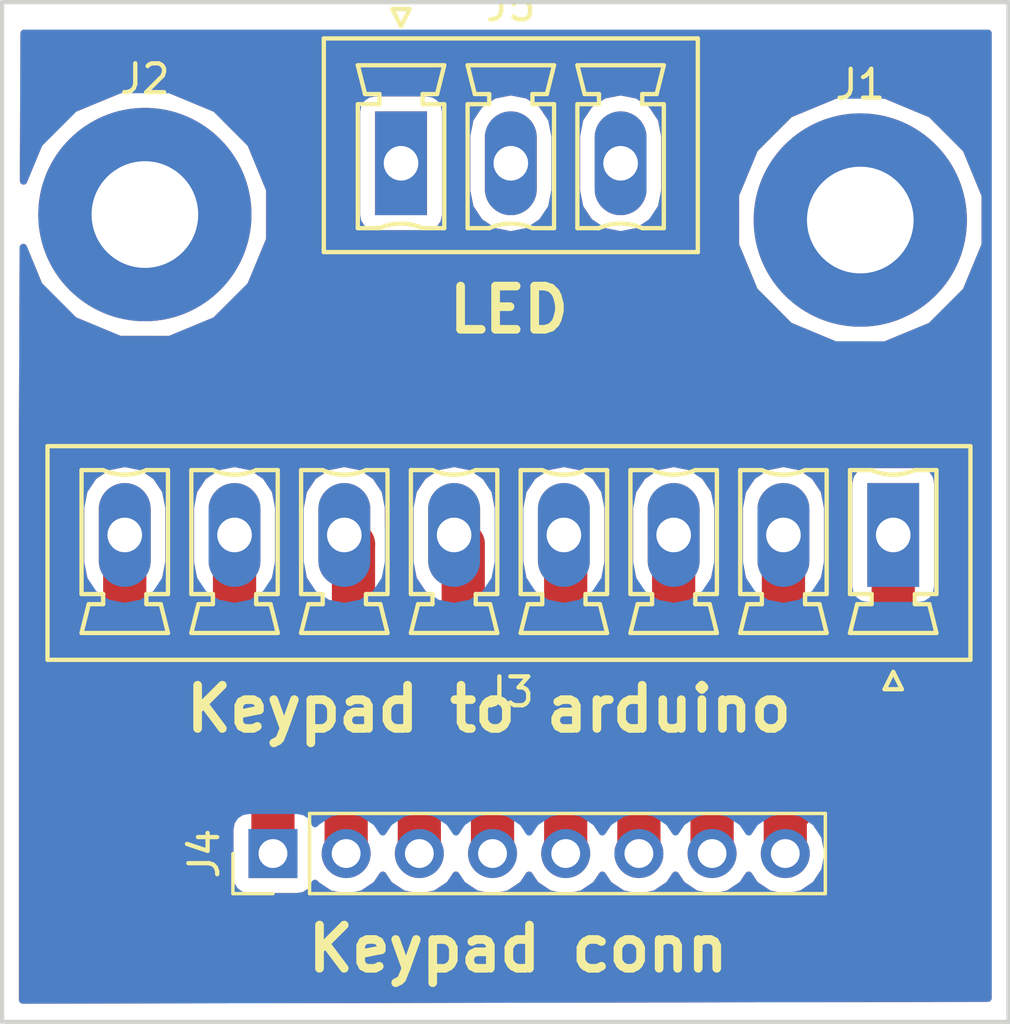
<source format=kicad_pcb>
(kicad_pcb (version 4) (host pcbnew 4.0.5+dfsg1-4)

  (general
    (links 8)
    (no_connects 0)
    (area 150.097167 95.6195 185.177501 131.901001)
    (thickness 1.6)
    (drawings 7)
    (tracks 25)
    (zones 0)
    (modules 5)
    (nets 14)
  )

  (page A4)
  (layers
    (0 F.Cu signal hide)
    (31 B.Cu signal hide)
    (32 B.Adhes user)
    (33 F.Adhes user)
    (34 B.Paste user)
    (35 F.Paste user)
    (36 B.SilkS user)
    (37 F.SilkS user)
    (38 B.Mask user)
    (39 F.Mask user)
    (40 Dwgs.User user)
    (41 Cmts.User user)
    (42 Eco1.User user)
    (43 Eco2.User user)
    (44 Edge.Cuts user)
    (45 Margin user)
    (46 B.CrtYd user)
    (47 F.CrtYd user)
    (48 B.Fab user)
    (49 F.Fab user)
  )

  (setup
    (last_trace_width 1.5)
    (user_trace_width 1.5)
    (trace_clearance 0.2)
    (zone_clearance 0.508)
    (zone_45_only no)
    (trace_min 0.2)
    (segment_width 0.2)
    (edge_width 0.15)
    (via_size 0.6)
    (via_drill 0.4)
    (via_min_size 0.4)
    (via_min_drill 0.3)
    (uvia_size 0.3)
    (uvia_drill 0.1)
    (uvias_allowed no)
    (uvia_min_size 0.2)
    (uvia_min_drill 0.1)
    (pcb_text_width 0.3)
    (pcb_text_size 1.5 1.5)
    (mod_edge_width 0.15)
    (mod_text_size 1 1)
    (mod_text_width 0.15)
    (pad_size 1.524 1.524)
    (pad_drill 0.762)
    (pad_to_mask_clearance 0.2)
    (aux_axis_origin 0 0)
    (visible_elements FFFFFF7F)
    (pcbplotparams
      (layerselection 0x010f0_80000001)
      (usegerberextensions true)
      (excludeedgelayer true)
      (linewidth 0.100000)
      (plotframeref false)
      (viasonmask false)
      (mode 1)
      (useauxorigin false)
      (hpglpennumber 1)
      (hpglpenspeed 20)
      (hpglpendiameter 15)
      (hpglpenoverlay 2)
      (psnegative false)
      (psa4output false)
      (plotreference true)
      (plotvalue true)
      (plotinvisibletext false)
      (padsonsilk false)
      (subtractmaskfromsilk false)
      (outputformat 1)
      (mirror false)
      (drillshape 0)
      (scaleselection 1)
      (outputdirectory ../../../../Downloads/kicad/connector/))
  )

  (net 0 "")
  (net 1 "Net-(J1-Pad1)")
  (net 2 "Net-(J2-Pad1)")
  (net 3 "Net-(J3-Pad1)")
  (net 4 "Net-(J3-Pad2)")
  (net 5 "Net-(J3-Pad3)")
  (net 6 "Net-(J3-Pad4)")
  (net 7 "Net-(J3-Pad5)")
  (net 8 "Net-(J3-Pad6)")
  (net 9 "Net-(J3-Pad7)")
  (net 10 "Net-(J3-Pad8)")
  (net 11 "Net-(J5-Pad1)")
  (net 12 "Net-(J5-Pad2)")
  (net 13 "Net-(J5-Pad3)")

  (net_class Default "This is the default net class."
    (clearance 0.2)
    (trace_width 0.25)
    (via_dia 0.6)
    (via_drill 0.4)
    (uvia_dia 0.3)
    (uvia_drill 0.1)
    (add_net "Net-(J1-Pad1)")
    (add_net "Net-(J2-Pad1)")
    (add_net "Net-(J3-Pad1)")
    (add_net "Net-(J3-Pad2)")
    (add_net "Net-(J3-Pad3)")
    (add_net "Net-(J3-Pad4)")
    (add_net "Net-(J3-Pad5)")
    (add_net "Net-(J3-Pad6)")
    (add_net "Net-(J3-Pad7)")
    (add_net "Net-(J3-Pad8)")
    (add_net "Net-(J5-Pad1)")
    (add_net "Net-(J5-Pad2)")
    (add_net "Net-(J5-Pad3)")
  )

  (module Mounting_Holes:MountingHole_3.7mm_Pad (layer F.Cu) (tedit 56D1B4CB) (tstamp 59E82C35)
    (at 179.959 104.013)
    (descr "Mounting Hole 3.7mm")
    (tags "mounting hole 3.7mm")
    (path /59E41089)
    (fp_text reference J1 (at 0 -4.7) (layer F.SilkS)
      (effects (font (size 1 1) (thickness 0.15)))
    )
    (fp_text value CONN_01X01 (at 0 4.7) (layer F.Fab)
      (effects (font (size 1 1) (thickness 0.15)))
    )
    (fp_circle (center 0 0) (end 3.7 0) (layer Cmts.User) (width 0.15))
    (fp_circle (center 0 0) (end 3.95 0) (layer F.CrtYd) (width 0.05))
    (pad 1 thru_hole circle (at 0 0) (size 7.4 7.4) (drill 3.7) (layers *.Cu *.Mask)
      (net 1 "Net-(J1-Pad1)"))
  )

  (module Mounting_Holes:MountingHole_3.7mm_Pad (layer F.Cu) (tedit 56D1B4CB) (tstamp 59E82C3C)
    (at 155.1305 103.8225)
    (descr "Mounting Hole 3.7mm")
    (tags "mounting hole 3.7mm")
    (path /59E410BA)
    (fp_text reference J2 (at 0 -4.7) (layer F.SilkS)
      (effects (font (size 1 1) (thickness 0.15)))
    )
    (fp_text value CONN_01X01 (at 0 4.7) (layer F.Fab)
      (effects (font (size 1 1) (thickness 0.15)))
    )
    (fp_circle (center 0 0) (end 3.7 0) (layer Cmts.User) (width 0.15))
    (fp_circle (center 0 0) (end 3.95 0) (layer F.CrtYd) (width 0.05))
    (pad 1 thru_hole circle (at 0 0) (size 7.4 7.4) (drill 3.7) (layers *.Cu *.Mask)
      (net 2 "Net-(J2-Pad1)"))
  )

  (module Connectors_Phoenix:PhoenixContact_MCV-G_08x3.81mm_Vertical (layer F.Cu) (tedit 5797DB12) (tstamp 59E82CCB)
    (at 181.102 114.935 180)
    (descr "Generic Phoenix Contact connector footprint for series: MCV-G; number of pins: 08; pin pitch: 3.81mm; Vertical || order number: 1803484 8A 160V")
    (tags "phoenix_contact connector MCV_01x08_G_3.81mm")
    (path /59E41124)
    (fp_text reference J3 (at 13.335 -5.45 180) (layer F.SilkS)
      (effects (font (size 1 1) (thickness 0.15)))
    )
    (fp_text value CONN_01X08 (at 13.335 4.5 180) (layer F.Fab)
      (effects (font (size 1 1) (thickness 0.15)))
    )
    (fp_arc (start 0 3.95) (end -0.75 2.25) (angle 47.6) (layer F.SilkS) (width 0.15))
    (fp_arc (start 3.81 3.95) (end 3.06 2.25) (angle 47.6) (layer F.SilkS) (width 0.15))
    (fp_arc (start 7.62 3.95) (end 6.87 2.25) (angle 47.6) (layer F.SilkS) (width 0.15))
    (fp_arc (start 11.43 3.95) (end 10.68 2.25) (angle 47.6) (layer F.SilkS) (width 0.15))
    (fp_arc (start 15.24 3.95) (end 14.49 2.25) (angle 47.6) (layer F.SilkS) (width 0.15))
    (fp_arc (start 19.05 3.95) (end 18.3 2.25) (angle 47.6) (layer F.SilkS) (width 0.15))
    (fp_arc (start 22.86 3.95) (end 22.11 2.25) (angle 47.6) (layer F.SilkS) (width 0.15))
    (fp_arc (start 26.67 3.95) (end 25.92 2.25) (angle 47.6) (layer F.SilkS) (width 0.15))
    (fp_line (start -2.68 -4.33) (end -2.68 3.08) (layer F.SilkS) (width 0.15))
    (fp_line (start -2.68 3.08) (end 29.35 3.08) (layer F.SilkS) (width 0.15))
    (fp_line (start 29.35 3.08) (end 29.35 -4.33) (layer F.SilkS) (width 0.15))
    (fp_line (start 29.35 -4.33) (end -2.68 -4.33) (layer F.SilkS) (width 0.15))
    (fp_line (start -0.75 2.25) (end -1.5 2.25) (layer F.SilkS) (width 0.15))
    (fp_line (start -1.5 2.25) (end -1.5 -2.05) (layer F.SilkS) (width 0.15))
    (fp_line (start -1.5 -2.05) (end -0.75 -2.05) (layer F.SilkS) (width 0.15))
    (fp_line (start -0.75 -2.05) (end -0.75 -2.4) (layer F.SilkS) (width 0.15))
    (fp_line (start -0.75 -2.4) (end -1.25 -2.4) (layer F.SilkS) (width 0.15))
    (fp_line (start -1.25 -2.4) (end -1.5 -3.4) (layer F.SilkS) (width 0.15))
    (fp_line (start -1.5 -3.4) (end 1.5 -3.4) (layer F.SilkS) (width 0.15))
    (fp_line (start 1.5 -3.4) (end 1.25 -2.4) (layer F.SilkS) (width 0.15))
    (fp_line (start 1.25 -2.4) (end 0.75 -2.4) (layer F.SilkS) (width 0.15))
    (fp_line (start 0.75 -2.4) (end 0.75 -2.05) (layer F.SilkS) (width 0.15))
    (fp_line (start 0.75 -2.05) (end 0.75 -2.05) (layer F.SilkS) (width 0.15))
    (fp_line (start 0.75 -2.05) (end 1.5 -2.05) (layer F.SilkS) (width 0.15))
    (fp_line (start 1.5 -2.05) (end 1.5 2.25) (layer F.SilkS) (width 0.15))
    (fp_line (start 1.5 2.25) (end 0.75 2.25) (layer F.SilkS) (width 0.15))
    (fp_line (start 3.06 2.25) (end 2.31 2.25) (layer F.SilkS) (width 0.15))
    (fp_line (start 2.31 2.25) (end 2.31 -2.05) (layer F.SilkS) (width 0.15))
    (fp_line (start 2.31 -2.05) (end 3.06 -2.05) (layer F.SilkS) (width 0.15))
    (fp_line (start 3.06 -2.05) (end 3.06 -2.4) (layer F.SilkS) (width 0.15))
    (fp_line (start 3.06 -2.4) (end 2.56 -2.4) (layer F.SilkS) (width 0.15))
    (fp_line (start 2.56 -2.4) (end 2.31 -3.4) (layer F.SilkS) (width 0.15))
    (fp_line (start 2.31 -3.4) (end 5.31 -3.4) (layer F.SilkS) (width 0.15))
    (fp_line (start 5.31 -3.4) (end 5.06 -2.4) (layer F.SilkS) (width 0.15))
    (fp_line (start 5.06 -2.4) (end 4.56 -2.4) (layer F.SilkS) (width 0.15))
    (fp_line (start 4.56 -2.4) (end 4.56 -2.05) (layer F.SilkS) (width 0.15))
    (fp_line (start 4.56 -2.05) (end 4.56 -2.05) (layer F.SilkS) (width 0.15))
    (fp_line (start 4.56 -2.05) (end 5.31 -2.05) (layer F.SilkS) (width 0.15))
    (fp_line (start 5.31 -2.05) (end 5.31 2.25) (layer F.SilkS) (width 0.15))
    (fp_line (start 5.31 2.25) (end 4.56 2.25) (layer F.SilkS) (width 0.15))
    (fp_line (start 6.87 2.25) (end 6.12 2.25) (layer F.SilkS) (width 0.15))
    (fp_line (start 6.12 2.25) (end 6.12 -2.05) (layer F.SilkS) (width 0.15))
    (fp_line (start 6.12 -2.05) (end 6.87 -2.05) (layer F.SilkS) (width 0.15))
    (fp_line (start 6.87 -2.05) (end 6.87 -2.4) (layer F.SilkS) (width 0.15))
    (fp_line (start 6.87 -2.4) (end 6.37 -2.4) (layer F.SilkS) (width 0.15))
    (fp_line (start 6.37 -2.4) (end 6.12 -3.4) (layer F.SilkS) (width 0.15))
    (fp_line (start 6.12 -3.4) (end 9.12 -3.4) (layer F.SilkS) (width 0.15))
    (fp_line (start 9.12 -3.4) (end 8.87 -2.4) (layer F.SilkS) (width 0.15))
    (fp_line (start 8.87 -2.4) (end 8.37 -2.4) (layer F.SilkS) (width 0.15))
    (fp_line (start 8.37 -2.4) (end 8.37 -2.05) (layer F.SilkS) (width 0.15))
    (fp_line (start 8.37 -2.05) (end 8.37 -2.05) (layer F.SilkS) (width 0.15))
    (fp_line (start 8.37 -2.05) (end 9.12 -2.05) (layer F.SilkS) (width 0.15))
    (fp_line (start 9.12 -2.05) (end 9.12 2.25) (layer F.SilkS) (width 0.15))
    (fp_line (start 9.12 2.25) (end 8.37 2.25) (layer F.SilkS) (width 0.15))
    (fp_line (start 10.68 2.25) (end 9.93 2.25) (layer F.SilkS) (width 0.15))
    (fp_line (start 9.93 2.25) (end 9.93 -2.05) (layer F.SilkS) (width 0.15))
    (fp_line (start 9.93 -2.05) (end 10.68 -2.05) (layer F.SilkS) (width 0.15))
    (fp_line (start 10.68 -2.05) (end 10.68 -2.4) (layer F.SilkS) (width 0.15))
    (fp_line (start 10.68 -2.4) (end 10.18 -2.4) (layer F.SilkS) (width 0.15))
    (fp_line (start 10.18 -2.4) (end 9.93 -3.4) (layer F.SilkS) (width 0.15))
    (fp_line (start 9.93 -3.4) (end 12.93 -3.4) (layer F.SilkS) (width 0.15))
    (fp_line (start 12.93 -3.4) (end 12.68 -2.4) (layer F.SilkS) (width 0.15))
    (fp_line (start 12.68 -2.4) (end 12.18 -2.4) (layer F.SilkS) (width 0.15))
    (fp_line (start 12.18 -2.4) (end 12.18 -2.05) (layer F.SilkS) (width 0.15))
    (fp_line (start 12.18 -2.05) (end 12.18 -2.05) (layer F.SilkS) (width 0.15))
    (fp_line (start 12.18 -2.05) (end 12.93 -2.05) (layer F.SilkS) (width 0.15))
    (fp_line (start 12.93 -2.05) (end 12.93 2.25) (layer F.SilkS) (width 0.15))
    (fp_line (start 12.93 2.25) (end 12.18 2.25) (layer F.SilkS) (width 0.15))
    (fp_line (start 14.49 2.25) (end 13.74 2.25) (layer F.SilkS) (width 0.15))
    (fp_line (start 13.74 2.25) (end 13.74 -2.05) (layer F.SilkS) (width 0.15))
    (fp_line (start 13.74 -2.05) (end 14.49 -2.05) (layer F.SilkS) (width 0.15))
    (fp_line (start 14.49 -2.05) (end 14.49 -2.4) (layer F.SilkS) (width 0.15))
    (fp_line (start 14.49 -2.4) (end 13.99 -2.4) (layer F.SilkS) (width 0.15))
    (fp_line (start 13.99 -2.4) (end 13.74 -3.4) (layer F.SilkS) (width 0.15))
    (fp_line (start 13.74 -3.4) (end 16.74 -3.4) (layer F.SilkS) (width 0.15))
    (fp_line (start 16.74 -3.4) (end 16.49 -2.4) (layer F.SilkS) (width 0.15))
    (fp_line (start 16.49 -2.4) (end 15.99 -2.4) (layer F.SilkS) (width 0.15))
    (fp_line (start 15.99 -2.4) (end 15.99 -2.05) (layer F.SilkS) (width 0.15))
    (fp_line (start 15.99 -2.05) (end 15.99 -2.05) (layer F.SilkS) (width 0.15))
    (fp_line (start 15.99 -2.05) (end 16.74 -2.05) (layer F.SilkS) (width 0.15))
    (fp_line (start 16.74 -2.05) (end 16.74 2.25) (layer F.SilkS) (width 0.15))
    (fp_line (start 16.74 2.25) (end 15.99 2.25) (layer F.SilkS) (width 0.15))
    (fp_line (start 18.3 2.25) (end 17.55 2.25) (layer F.SilkS) (width 0.15))
    (fp_line (start 17.55 2.25) (end 17.55 -2.05) (layer F.SilkS) (width 0.15))
    (fp_line (start 17.55 -2.05) (end 18.3 -2.05) (layer F.SilkS) (width 0.15))
    (fp_line (start 18.3 -2.05) (end 18.3 -2.4) (layer F.SilkS) (width 0.15))
    (fp_line (start 18.3 -2.4) (end 17.8 -2.4) (layer F.SilkS) (width 0.15))
    (fp_line (start 17.8 -2.4) (end 17.55 -3.4) (layer F.SilkS) (width 0.15))
    (fp_line (start 17.55 -3.4) (end 20.55 -3.4) (layer F.SilkS) (width 0.15))
    (fp_line (start 20.55 -3.4) (end 20.3 -2.4) (layer F.SilkS) (width 0.15))
    (fp_line (start 20.3 -2.4) (end 19.8 -2.4) (layer F.SilkS) (width 0.15))
    (fp_line (start 19.8 -2.4) (end 19.8 -2.05) (layer F.SilkS) (width 0.15))
    (fp_line (start 19.8 -2.05) (end 19.8 -2.05) (layer F.SilkS) (width 0.15))
    (fp_line (start 19.8 -2.05) (end 20.55 -2.05) (layer F.SilkS) (width 0.15))
    (fp_line (start 20.55 -2.05) (end 20.55 2.25) (layer F.SilkS) (width 0.15))
    (fp_line (start 20.55 2.25) (end 19.8 2.25) (layer F.SilkS) (width 0.15))
    (fp_line (start 22.11 2.25) (end 21.36 2.25) (layer F.SilkS) (width 0.15))
    (fp_line (start 21.36 2.25) (end 21.36 -2.05) (layer F.SilkS) (width 0.15))
    (fp_line (start 21.36 -2.05) (end 22.11 -2.05) (layer F.SilkS) (width 0.15))
    (fp_line (start 22.11 -2.05) (end 22.11 -2.4) (layer F.SilkS) (width 0.15))
    (fp_line (start 22.11 -2.4) (end 21.61 -2.4) (layer F.SilkS) (width 0.15))
    (fp_line (start 21.61 -2.4) (end 21.36 -3.4) (layer F.SilkS) (width 0.15))
    (fp_line (start 21.36 -3.4) (end 24.36 -3.4) (layer F.SilkS) (width 0.15))
    (fp_line (start 24.36 -3.4) (end 24.11 -2.4) (layer F.SilkS) (width 0.15))
    (fp_line (start 24.11 -2.4) (end 23.61 -2.4) (layer F.SilkS) (width 0.15))
    (fp_line (start 23.61 -2.4) (end 23.61 -2.05) (layer F.SilkS) (width 0.15))
    (fp_line (start 23.61 -2.05) (end 23.61 -2.05) (layer F.SilkS) (width 0.15))
    (fp_line (start 23.61 -2.05) (end 24.36 -2.05) (layer F.SilkS) (width 0.15))
    (fp_line (start 24.36 -2.05) (end 24.36 2.25) (layer F.SilkS) (width 0.15))
    (fp_line (start 24.36 2.25) (end 23.61 2.25) (layer F.SilkS) (width 0.15))
    (fp_line (start 25.92 2.25) (end 25.17 2.25) (layer F.SilkS) (width 0.15))
    (fp_line (start 25.17 2.25) (end 25.17 -2.05) (layer F.SilkS) (width 0.15))
    (fp_line (start 25.17 -2.05) (end 25.92 -2.05) (layer F.SilkS) (width 0.15))
    (fp_line (start 25.92 -2.05) (end 25.92 -2.4) (layer F.SilkS) (width 0.15))
    (fp_line (start 25.92 -2.4) (end 25.42 -2.4) (layer F.SilkS) (width 0.15))
    (fp_line (start 25.42 -2.4) (end 25.17 -3.4) (layer F.SilkS) (width 0.15))
    (fp_line (start 25.17 -3.4) (end 28.17 -3.4) (layer F.SilkS) (width 0.15))
    (fp_line (start 28.17 -3.4) (end 27.92 -2.4) (layer F.SilkS) (width 0.15))
    (fp_line (start 27.92 -2.4) (end 27.42 -2.4) (layer F.SilkS) (width 0.15))
    (fp_line (start 27.42 -2.4) (end 27.42 -2.05) (layer F.SilkS) (width 0.15))
    (fp_line (start 27.42 -2.05) (end 27.42 -2.05) (layer F.SilkS) (width 0.15))
    (fp_line (start 27.42 -2.05) (end 28.17 -2.05) (layer F.SilkS) (width 0.15))
    (fp_line (start 28.17 -2.05) (end 28.17 2.25) (layer F.SilkS) (width 0.15))
    (fp_line (start 28.17 2.25) (end 27.42 2.25) (layer F.SilkS) (width 0.15))
    (fp_line (start -3.1 -4.75) (end -3.1 3.5) (layer F.CrtYd) (width 0.05))
    (fp_line (start -3.1 3.5) (end 29.75 3.5) (layer F.CrtYd) (width 0.05))
    (fp_line (start 29.75 3.5) (end 29.75 -4.75) (layer F.CrtYd) (width 0.05))
    (fp_line (start 29.75 -4.75) (end -3.1 -4.75) (layer F.CrtYd) (width 0.05))
    (fp_line (start 0 -4.75) (end 0.3 -5.35) (layer F.SilkS) (width 0.15))
    (fp_line (start 0.3 -5.35) (end -0.3 -5.35) (layer F.SilkS) (width 0.15))
    (fp_line (start -0.3 -5.35) (end 0 -4.75) (layer F.SilkS) (width 0.15))
    (pad 1 thru_hole rect (at 0 0 180) (size 1.8 3.6) (drill 1.2) (layers *.Cu *.Mask)
      (net 3 "Net-(J3-Pad1)"))
    (pad 2 thru_hole oval (at 3.81 0 180) (size 1.8 3.6) (drill 1.2) (layers *.Cu *.Mask)
      (net 4 "Net-(J3-Pad2)"))
    (pad 3 thru_hole oval (at 7.62 0 180) (size 1.8 3.6) (drill 1.2) (layers *.Cu *.Mask)
      (net 5 "Net-(J3-Pad3)"))
    (pad 4 thru_hole oval (at 11.43 0 180) (size 1.8 3.6) (drill 1.2) (layers *.Cu *.Mask)
      (net 6 "Net-(J3-Pad4)"))
    (pad 5 thru_hole oval (at 15.24 0 180) (size 1.8 3.6) (drill 1.2) (layers *.Cu *.Mask)
      (net 7 "Net-(J3-Pad5)"))
    (pad 6 thru_hole oval (at 19.05 0 180) (size 1.8 3.6) (drill 1.2) (layers *.Cu *.Mask)
      (net 8 "Net-(J3-Pad6)"))
    (pad 7 thru_hole oval (at 22.86 0 180) (size 1.8 3.6) (drill 1.2) (layers *.Cu *.Mask)
      (net 9 "Net-(J3-Pad7)"))
    (pad 8 thru_hole oval (at 26.67 0 180) (size 1.8 3.6) (drill 1.2) (layers *.Cu *.Mask)
      (net 10 "Net-(J3-Pad8)"))
    (model Connectors_Phoenix.3dshapes/PhoenixContact_MCV-G_08x3.81mm_Vertical.wrl
      (at (xyz 0 0 0))
      (scale (xyz 1 1 1))
      (rotate (xyz 0 0 0))
    )
  )

  (module Pin_Headers:Pin_Header_Straight_1x08_Pitch2.54mm (layer F.Cu) (tedit 5862ED52) (tstamp 59E82CE5)
    (at 159.5755 125.984 90)
    (descr "Through hole straight pin header, 1x08, 2.54mm pitch, single row")
    (tags "Through hole pin header THT 1x08 2.54mm single row")
    (path /59E41173)
    (fp_text reference J4 (at 0 -2.39 90) (layer F.SilkS)
      (effects (font (size 1 1) (thickness 0.15)))
    )
    (fp_text value CONN_01X08 (at 0 20.17 90) (layer F.Fab)
      (effects (font (size 1 1) (thickness 0.15)))
    )
    (fp_line (start -1.27 -1.27) (end -1.27 19.05) (layer F.Fab) (width 0.1))
    (fp_line (start -1.27 19.05) (end 1.27 19.05) (layer F.Fab) (width 0.1))
    (fp_line (start 1.27 19.05) (end 1.27 -1.27) (layer F.Fab) (width 0.1))
    (fp_line (start 1.27 -1.27) (end -1.27 -1.27) (layer F.Fab) (width 0.1))
    (fp_line (start -1.39 1.27) (end -1.39 19.17) (layer F.SilkS) (width 0.12))
    (fp_line (start -1.39 19.17) (end 1.39 19.17) (layer F.SilkS) (width 0.12))
    (fp_line (start 1.39 19.17) (end 1.39 1.27) (layer F.SilkS) (width 0.12))
    (fp_line (start 1.39 1.27) (end -1.39 1.27) (layer F.SilkS) (width 0.12))
    (fp_line (start -1.39 0) (end -1.39 -1.39) (layer F.SilkS) (width 0.12))
    (fp_line (start -1.39 -1.39) (end 0 -1.39) (layer F.SilkS) (width 0.12))
    (fp_line (start -1.6 -1.6) (end -1.6 19.3) (layer F.CrtYd) (width 0.05))
    (fp_line (start -1.6 19.3) (end 1.6 19.3) (layer F.CrtYd) (width 0.05))
    (fp_line (start 1.6 19.3) (end 1.6 -1.6) (layer F.CrtYd) (width 0.05))
    (fp_line (start 1.6 -1.6) (end -1.6 -1.6) (layer F.CrtYd) (width 0.05))
    (pad 1 thru_hole rect (at 0 0 90) (size 1.7 1.7) (drill 1) (layers *.Cu *.Mask)
      (net 10 "Net-(J3-Pad8)"))
    (pad 2 thru_hole oval (at 0 2.54 90) (size 1.7 1.7) (drill 1) (layers *.Cu *.Mask)
      (net 9 "Net-(J3-Pad7)"))
    (pad 3 thru_hole oval (at 0 5.08 90) (size 1.7 1.7) (drill 1) (layers *.Cu *.Mask)
      (net 8 "Net-(J3-Pad6)"))
    (pad 4 thru_hole oval (at 0 7.62 90) (size 1.7 1.7) (drill 1) (layers *.Cu *.Mask)
      (net 7 "Net-(J3-Pad5)"))
    (pad 5 thru_hole oval (at 0 10.16 90) (size 1.7 1.7) (drill 1) (layers *.Cu *.Mask)
      (net 6 "Net-(J3-Pad4)"))
    (pad 6 thru_hole oval (at 0 12.7 90) (size 1.7 1.7) (drill 1) (layers *.Cu *.Mask)
      (net 5 "Net-(J3-Pad3)"))
    (pad 7 thru_hole oval (at 0 15.24 90) (size 1.7 1.7) (drill 1) (layers *.Cu *.Mask)
      (net 4 "Net-(J3-Pad2)"))
    (pad 8 thru_hole oval (at 0 17.78 90) (size 1.7 1.7) (drill 1) (layers *.Cu *.Mask)
      (net 3 "Net-(J3-Pad1)"))
    (model Pin_Headers.3dshapes/Pin_Header_Straight_1x08_Pitch2.54mm.wrl
      (at (xyz 0 -0.35 0))
      (scale (xyz 1 1 1))
      (rotate (xyz 0 0 90))
    )
  )

  (module Connectors_Phoenix:PhoenixContact_MCV-G_03x3.81mm_Vertical (layer F.Cu) (tedit 5797DB13) (tstamp 59EB92B3)
    (at 164.0205 102.0445)
    (descr "Generic Phoenix Contact connector footprint for series: MCV-G; number of pins: 03; pin pitch: 3.81mm; Vertical || order number: 1803439 8A 160V")
    (tags "phoenix_contact connector MCV_01x03_G_3.81mm")
    (path /59E41294)
    (fp_text reference J5 (at 3.81 -5.45) (layer F.SilkS)
      (effects (font (size 1 1) (thickness 0.15)))
    )
    (fp_text value CONN_01X03 (at 3.81 4.5) (layer F.Fab)
      (effects (font (size 1 1) (thickness 0.15)))
    )
    (fp_arc (start 0 3.95) (end -0.75 2.25) (angle 47.6) (layer F.SilkS) (width 0.15))
    (fp_arc (start 3.81 3.95) (end 3.06 2.25) (angle 47.6) (layer F.SilkS) (width 0.15))
    (fp_arc (start 7.62 3.95) (end 6.87 2.25) (angle 47.6) (layer F.SilkS) (width 0.15))
    (fp_line (start -2.68 -4.33) (end -2.68 3.08) (layer F.SilkS) (width 0.15))
    (fp_line (start -2.68 3.08) (end 10.3 3.08) (layer F.SilkS) (width 0.15))
    (fp_line (start 10.3 3.08) (end 10.3 -4.33) (layer F.SilkS) (width 0.15))
    (fp_line (start 10.3 -4.33) (end -2.68 -4.33) (layer F.SilkS) (width 0.15))
    (fp_line (start -0.75 2.25) (end -1.5 2.25) (layer F.SilkS) (width 0.15))
    (fp_line (start -1.5 2.25) (end -1.5 -2.05) (layer F.SilkS) (width 0.15))
    (fp_line (start -1.5 -2.05) (end -0.75 -2.05) (layer F.SilkS) (width 0.15))
    (fp_line (start -0.75 -2.05) (end -0.75 -2.4) (layer F.SilkS) (width 0.15))
    (fp_line (start -0.75 -2.4) (end -1.25 -2.4) (layer F.SilkS) (width 0.15))
    (fp_line (start -1.25 -2.4) (end -1.5 -3.4) (layer F.SilkS) (width 0.15))
    (fp_line (start -1.5 -3.4) (end 1.5 -3.4) (layer F.SilkS) (width 0.15))
    (fp_line (start 1.5 -3.4) (end 1.25 -2.4) (layer F.SilkS) (width 0.15))
    (fp_line (start 1.25 -2.4) (end 0.75 -2.4) (layer F.SilkS) (width 0.15))
    (fp_line (start 0.75 -2.4) (end 0.75 -2.05) (layer F.SilkS) (width 0.15))
    (fp_line (start 0.75 -2.05) (end 0.75 -2.05) (layer F.SilkS) (width 0.15))
    (fp_line (start 0.75 -2.05) (end 1.5 -2.05) (layer F.SilkS) (width 0.15))
    (fp_line (start 1.5 -2.05) (end 1.5 2.25) (layer F.SilkS) (width 0.15))
    (fp_line (start 1.5 2.25) (end 0.75 2.25) (layer F.SilkS) (width 0.15))
    (fp_line (start 3.06 2.25) (end 2.31 2.25) (layer F.SilkS) (width 0.15))
    (fp_line (start 2.31 2.25) (end 2.31 -2.05) (layer F.SilkS) (width 0.15))
    (fp_line (start 2.31 -2.05) (end 3.06 -2.05) (layer F.SilkS) (width 0.15))
    (fp_line (start 3.06 -2.05) (end 3.06 -2.4) (layer F.SilkS) (width 0.15))
    (fp_line (start 3.06 -2.4) (end 2.56 -2.4) (layer F.SilkS) (width 0.15))
    (fp_line (start 2.56 -2.4) (end 2.31 -3.4) (layer F.SilkS) (width 0.15))
    (fp_line (start 2.31 -3.4) (end 5.31 -3.4) (layer F.SilkS) (width 0.15))
    (fp_line (start 5.31 -3.4) (end 5.06 -2.4) (layer F.SilkS) (width 0.15))
    (fp_line (start 5.06 -2.4) (end 4.56 -2.4) (layer F.SilkS) (width 0.15))
    (fp_line (start 4.56 -2.4) (end 4.56 -2.05) (layer F.SilkS) (width 0.15))
    (fp_line (start 4.56 -2.05) (end 4.56 -2.05) (layer F.SilkS) (width 0.15))
    (fp_line (start 4.56 -2.05) (end 5.31 -2.05) (layer F.SilkS) (width 0.15))
    (fp_line (start 5.31 -2.05) (end 5.31 2.25) (layer F.SilkS) (width 0.15))
    (fp_line (start 5.31 2.25) (end 4.56 2.25) (layer F.SilkS) (width 0.15))
    (fp_line (start 6.87 2.25) (end 6.12 2.25) (layer F.SilkS) (width 0.15))
    (fp_line (start 6.12 2.25) (end 6.12 -2.05) (layer F.SilkS) (width 0.15))
    (fp_line (start 6.12 -2.05) (end 6.87 -2.05) (layer F.SilkS) (width 0.15))
    (fp_line (start 6.87 -2.05) (end 6.87 -2.4) (layer F.SilkS) (width 0.15))
    (fp_line (start 6.87 -2.4) (end 6.37 -2.4) (layer F.SilkS) (width 0.15))
    (fp_line (start 6.37 -2.4) (end 6.12 -3.4) (layer F.SilkS) (width 0.15))
    (fp_line (start 6.12 -3.4) (end 9.12 -3.4) (layer F.SilkS) (width 0.15))
    (fp_line (start 9.12 -3.4) (end 8.87 -2.4) (layer F.SilkS) (width 0.15))
    (fp_line (start 8.87 -2.4) (end 8.37 -2.4) (layer F.SilkS) (width 0.15))
    (fp_line (start 8.37 -2.4) (end 8.37 -2.05) (layer F.SilkS) (width 0.15))
    (fp_line (start 8.37 -2.05) (end 8.37 -2.05) (layer F.SilkS) (width 0.15))
    (fp_line (start 8.37 -2.05) (end 9.12 -2.05) (layer F.SilkS) (width 0.15))
    (fp_line (start 9.12 -2.05) (end 9.12 2.25) (layer F.SilkS) (width 0.15))
    (fp_line (start 9.12 2.25) (end 8.37 2.25) (layer F.SilkS) (width 0.15))
    (fp_line (start -3.1 -4.75) (end -3.1 3.5) (layer F.CrtYd) (width 0.05))
    (fp_line (start -3.1 3.5) (end 10.7 3.5) (layer F.CrtYd) (width 0.05))
    (fp_line (start 10.7 3.5) (end 10.7 -4.75) (layer F.CrtYd) (width 0.05))
    (fp_line (start 10.7 -4.75) (end -3.1 -4.75) (layer F.CrtYd) (width 0.05))
    (fp_line (start 0 -4.75) (end 0.3 -5.35) (layer F.SilkS) (width 0.15))
    (fp_line (start 0.3 -5.35) (end -0.3 -5.35) (layer F.SilkS) (width 0.15))
    (fp_line (start -0.3 -5.35) (end 0 -4.75) (layer F.SilkS) (width 0.15))
    (pad 1 thru_hole rect (at 0 0) (size 1.8 3.6) (drill 1.2) (layers *.Cu *.Mask)
      (net 11 "Net-(J5-Pad1)"))
    (pad 2 thru_hole oval (at 3.81 0) (size 1.8 3.6) (drill 1.2) (layers *.Cu *.Mask)
      (net 12 "Net-(J5-Pad2)"))
    (pad 3 thru_hole oval (at 7.62 0) (size 1.8 3.6) (drill 1.2) (layers *.Cu *.Mask)
      (net 13 "Net-(J5-Pad3)"))
    (model Connectors_Phoenix.3dshapes/PhoenixContact_MCV-G_03x3.81mm_Vertical.wrl
      (at (xyz 0 0 0))
      (scale (xyz 1 1 1))
      (rotate (xyz 0 0 0))
    )
  )

  (gr_text "Keypad conn" (at 168.0845 129.286) (layer F.SilkS)
    (effects (font (size 1.5 1.5) (thickness 0.3)))
  )
  (gr_text "Keypad to arduino" (at 167.0685 120.9675) (layer F.SilkS)
    (effects (font (size 1.5 1.5) (thickness 0.3)))
  )
  (gr_text LED (at 167.767 107.1245) (layer F.SilkS)
    (effects (font (size 1.5 1.5) (thickness 0.3)))
  )
  (gr_line (start 185.1025 131.826) (end 150.3045 131.826) (angle 90) (layer Edge.Cuts) (width 0.15))
  (gr_line (start 185.1025 96.4565) (end 185.1025 131.826) (angle 90) (layer Edge.Cuts) (width 0.15))
  (gr_line (start 150.1775 96.4565) (end 185.1025 96.4565) (angle 90) (layer Edge.Cuts) (width 0.15))
  (gr_line (start 150.1775 131.826) (end 150.1775 96.4565) (angle 90) (layer Edge.Cuts) (width 0.15))

  (segment (start 177.3555 125.984) (end 177.3555 124.6505) (width 1.5) (layer F.Cu) (net 3))
  (segment (start 181.102 120.904) (end 181.102 114.935) (width 1.5) (layer F.Cu) (net 3) (tstamp 59EC4738))
  (segment (start 177.3555 124.6505) (end 181.102 120.904) (width 1.5) (layer F.Cu) (net 3) (tstamp 59EC4737))
  (segment (start 174.8155 125.984) (end 174.8155 122.301) (width 1.5) (layer F.Cu) (net 4))
  (segment (start 177.292 119.8245) (end 177.292 114.935) (width 1.5) (layer F.Cu) (net 4) (tstamp 59EC473C))
  (segment (start 174.8155 122.301) (end 177.292 119.8245) (width 1.5) (layer F.Cu) (net 4) (tstamp 59EC473B))
  (segment (start 172.2755 125.984) (end 172.2755 120.396) (width 1.5) (layer F.Cu) (net 5))
  (segment (start 173.482 119.1895) (end 173.482 114.935) (width 1.5) (layer F.Cu) (net 5) (tstamp 59EC4740))
  (segment (start 172.2755 120.396) (end 173.482 119.1895) (width 1.5) (layer F.Cu) (net 5) (tstamp 59EC473F))
  (segment (start 169.7355 125.984) (end 169.7355 114.9985) (width 1.5) (layer F.Cu) (net 6))
  (segment (start 169.7355 114.9985) (end 169.672 114.935) (width 1.5) (layer F.Cu) (net 6) (tstamp 59EC4747))
  (segment (start 167.1955 125.984) (end 167.1955 119.5705) (width 1.5) (layer F.Cu) (net 7))
  (segment (start 166.1795 118.5545) (end 166.1795 115.2525) (width 1.5) (layer F.Cu) (net 7) (tstamp 59EC474B))
  (segment (start 167.1955 119.5705) (end 166.1795 118.5545) (width 1.5) (layer F.Cu) (net 7) (tstamp 59EC474A))
  (segment (start 166.1795 115.2525) (end 165.862 114.935) (width 1.5) (layer F.Cu) (net 7) (tstamp 59EC474C))
  (segment (start 164.6555 125.984) (end 164.6555 121.031) (width 1.5) (layer F.Cu) (net 8))
  (segment (start 162.3695 118.745) (end 162.3695 115.2525) (width 1.5) (layer F.Cu) (net 8) (tstamp 59EC4750))
  (segment (start 164.6555 121.031) (end 162.3695 118.745) (width 1.5) (layer F.Cu) (net 8) (tstamp 59EC474F))
  (segment (start 162.3695 115.2525) (end 162.052 114.935) (width 1.5) (layer F.Cu) (net 8) (tstamp 59EC4751))
  (segment (start 162.1155 125.984) (end 162.1155 122.3645) (width 1.5) (layer F.Cu) (net 9))
  (segment (start 158.242 118.491) (end 158.242 114.935) (width 1.5) (layer F.Cu) (net 9) (tstamp 59EC4755))
  (segment (start 162.1155 122.3645) (end 158.242 118.491) (width 1.5) (layer F.Cu) (net 9) (tstamp 59EC4754))
  (segment (start 159.5755 125.984) (end 159.5755 123.825) (width 1.5) (layer F.Cu) (net 10))
  (segment (start 154.432 118.6815) (end 154.432 114.935) (width 1.5) (layer F.Cu) (net 10) (tstamp 59EC4759))
  (segment (start 159.5755 123.825) (end 154.432 118.6815) (width 1.5) (layer F.Cu) (net 10) (tstamp 59EC4758))

  (zone (net 0) (net_name "") (layer F.Cu) (tstamp 59EC4734) (hatch edge 0.508)
    (connect_pads (clearance 0.508))
    (min_thickness 0.254)
    (fill yes (arc_segments 16) (thermal_gap 0.508) (thermal_bridge_width 0.508))
    (polygon
      (pts
        (xy 150.749 97.409) (xy 184.658 97.409) (xy 184.7215 131.1275) (xy 150.6855 131.191) (xy 150.8125 97.4725)
      )
    )
    (filled_polygon
      (pts
        (xy 184.3925 131.001113) (xy 150.8875 131.063623) (xy 150.8875 113.987296) (xy 152.897 113.987296) (xy 152.897 115.882704)
        (xy 153.013845 116.470123) (xy 153.047 116.519743) (xy 153.047 118.6815) (xy 153.152427 119.211517) (xy 153.392292 119.5705)
        (xy 153.452657 119.660843) (xy 158.1905 124.398686) (xy 158.1905 124.792203) (xy 158.129069 124.88211) (xy 158.07806 125.134)
        (xy 158.07806 126.834) (xy 158.122338 127.069317) (xy 158.26141 127.285441) (xy 158.47361 127.430431) (xy 158.7255 127.48144)
        (xy 160.4255 127.48144) (xy 160.660817 127.437162) (xy 160.876941 127.29809) (xy 161.021931 127.08589) (xy 161.035586 127.018459)
        (xy 161.065446 127.063147) (xy 161.547215 127.385054) (xy 162.1155 127.498093) (xy 162.683785 127.385054) (xy 163.165554 127.063147)
        (xy 163.3855 126.733974) (xy 163.605446 127.063147) (xy 164.087215 127.385054) (xy 164.6555 127.498093) (xy 165.223785 127.385054)
        (xy 165.705554 127.063147) (xy 165.9255 126.733974) (xy 166.145446 127.063147) (xy 166.627215 127.385054) (xy 167.1955 127.498093)
        (xy 167.763785 127.385054) (xy 168.245554 127.063147) (xy 168.4655 126.733974) (xy 168.685446 127.063147) (xy 169.167215 127.385054)
        (xy 169.7355 127.498093) (xy 170.303785 127.385054) (xy 170.785554 127.063147) (xy 171.0055 126.733974) (xy 171.225446 127.063147)
        (xy 171.707215 127.385054) (xy 172.2755 127.498093) (xy 172.843785 127.385054) (xy 173.325554 127.063147) (xy 173.5455 126.733974)
        (xy 173.765446 127.063147) (xy 174.247215 127.385054) (xy 174.8155 127.498093) (xy 175.383785 127.385054) (xy 175.865554 127.063147)
        (xy 176.0855 126.733974) (xy 176.305446 127.063147) (xy 176.787215 127.385054) (xy 177.3555 127.498093) (xy 177.923785 127.385054)
        (xy 178.405554 127.063147) (xy 178.727461 126.581378) (xy 178.8405 126.013093) (xy 178.8405 125.954907) (xy 178.7405 125.452173)
        (xy 178.7405 125.224186) (xy 182.081343 121.883343) (xy 182.381573 121.434017) (xy 182.487 120.904) (xy 182.487 117.149975)
        (xy 182.598431 116.98689) (xy 182.64944 116.735) (xy 182.64944 113.135) (xy 182.605162 112.899683) (xy 182.46609 112.683559)
        (xy 182.25389 112.538569) (xy 182.002 112.48756) (xy 180.202 112.48756) (xy 179.966683 112.531838) (xy 179.750559 112.67091)
        (xy 179.605569 112.88311) (xy 179.55456 113.135) (xy 179.55456 116.735) (xy 179.598838 116.970317) (xy 179.717 117.153946)
        (xy 179.717 120.330314) (xy 176.376157 123.671157) (xy 176.2005 123.934046) (xy 176.2005 122.874686) (xy 178.271343 120.803843)
        (xy 178.44106 120.549843) (xy 178.571573 120.354517) (xy 178.677 119.8245) (xy 178.677 116.519743) (xy 178.710155 116.470123)
        (xy 178.827 115.882704) (xy 178.827 113.987296) (xy 178.710155 113.399877) (xy 178.377409 112.901887) (xy 177.879419 112.569141)
        (xy 177.292 112.452296) (xy 176.704581 112.569141) (xy 176.206591 112.901887) (xy 175.873845 113.399877) (xy 175.757 113.987296)
        (xy 175.757 115.882704) (xy 175.873845 116.470123) (xy 175.907 116.519743) (xy 175.907 119.250814) (xy 173.836157 121.321657)
        (xy 173.6605 121.584546) (xy 173.6605 120.969686) (xy 174.461343 120.168843) (xy 174.761574 119.719516) (xy 174.867 119.1895)
        (xy 174.867 116.519743) (xy 174.900155 116.470123) (xy 175.017 115.882704) (xy 175.017 113.987296) (xy 174.900155 113.399877)
        (xy 174.567409 112.901887) (xy 174.069419 112.569141) (xy 173.482 112.452296) (xy 172.894581 112.569141) (xy 172.396591 112.901887)
        (xy 172.063845 113.399877) (xy 171.947 113.987296) (xy 171.947 115.882704) (xy 172.063845 116.470123) (xy 172.097 116.519743)
        (xy 172.097 118.615814) (xy 171.296157 119.416657) (xy 171.1205 119.679546) (xy 171.1205 116.317569) (xy 171.207 115.882704)
        (xy 171.207 113.987296) (xy 171.090155 113.399877) (xy 170.757409 112.901887) (xy 170.259419 112.569141) (xy 169.672 112.452296)
        (xy 169.084581 112.569141) (xy 168.586591 112.901887) (xy 168.253845 113.399877) (xy 168.137 113.987296) (xy 168.137 115.882704)
        (xy 168.253845 116.470123) (xy 168.3505 116.614778) (xy 168.3505 118.854046) (xy 168.174843 118.591157) (xy 167.5645 117.980814)
        (xy 167.5645 115.2525) (xy 167.459073 114.722483) (xy 167.397 114.629584) (xy 167.397 113.987296) (xy 167.280155 113.399877)
        (xy 166.947409 112.901887) (xy 166.449419 112.569141) (xy 165.862 112.452296) (xy 165.274581 112.569141) (xy 164.776591 112.901887)
        (xy 164.443845 113.399877) (xy 164.327 113.987296) (xy 164.327 115.882704) (xy 164.443845 116.470123) (xy 164.776591 116.968113)
        (xy 164.7945 116.980079) (xy 164.7945 118.5545) (xy 164.899927 119.084517) (xy 165.121856 119.416657) (xy 165.200157 119.533843)
        (xy 165.8105 120.144186) (xy 165.8105 120.314546) (xy 165.634843 120.051657) (xy 163.7545 118.171314) (xy 163.7545 115.2525)
        (xy 163.649073 114.722483) (xy 163.587 114.629584) (xy 163.587 113.987296) (xy 163.470155 113.399877) (xy 163.137409 112.901887)
        (xy 162.639419 112.569141) (xy 162.052 112.452296) (xy 161.464581 112.569141) (xy 160.966591 112.901887) (xy 160.633845 113.399877)
        (xy 160.517 113.987296) (xy 160.517 115.882704) (xy 160.633845 116.470123) (xy 160.966591 116.968113) (xy 160.9845 116.980079)
        (xy 160.9845 118.745) (xy 161.089927 119.275017) (xy 161.301813 119.592127) (xy 159.627 117.917314) (xy 159.627 116.519743)
        (xy 159.660155 116.470123) (xy 159.777 115.882704) (xy 159.777 113.987296) (xy 159.660155 113.399877) (xy 159.327409 112.901887)
        (xy 158.829419 112.569141) (xy 158.242 112.452296) (xy 157.654581 112.569141) (xy 157.156591 112.901887) (xy 156.823845 113.399877)
        (xy 156.707 113.987296) (xy 156.707 115.882704) (xy 156.823845 116.470123) (xy 156.857 116.519743) (xy 156.857 118.491)
        (xy 156.962427 119.021017) (xy 157.145152 119.294484) (xy 157.262657 119.470343) (xy 160.7305 122.938186) (xy 160.7305 123.108546)
        (xy 160.554843 122.845657) (xy 155.817 118.107814) (xy 155.817 116.519743) (xy 155.850155 116.470123) (xy 155.967 115.882704)
        (xy 155.967 113.987296) (xy 155.850155 113.399877) (xy 155.517409 112.901887) (xy 155.019419 112.569141) (xy 154.432 112.452296)
        (xy 153.844581 112.569141) (xy 153.346591 112.901887) (xy 153.013845 113.399877) (xy 152.897 113.987296) (xy 150.8875 113.987296)
        (xy 150.8875 111.278766) (xy 150.911288 104.963048) (xy 151.453323 106.274872) (xy 152.671713 107.495392) (xy 154.264432 108.156746)
        (xy 155.989002 108.158251) (xy 157.582872 107.499677) (xy 158.803392 106.281287) (xy 159.388785 104.871502) (xy 175.623249 104.871502)
        (xy 176.281823 106.465372) (xy 177.500213 107.685892) (xy 179.092932 108.347246) (xy 180.817502 108.348751) (xy 182.411372 107.690177)
        (xy 183.631892 106.471787) (xy 184.293246 104.879068) (xy 184.294751 103.154498) (xy 183.636177 101.560628) (xy 182.417787 100.340108)
        (xy 180.825068 99.678754) (xy 179.100498 99.677249) (xy 177.506628 100.335823) (xy 176.286108 101.554213) (xy 175.624754 103.146932)
        (xy 175.623249 104.871502) (xy 159.388785 104.871502) (xy 159.464746 104.688568) (xy 159.466251 102.963998) (xy 158.807677 101.370128)
        (xy 157.684014 100.2445) (xy 162.47306 100.2445) (xy 162.47306 103.8445) (xy 162.517338 104.079817) (xy 162.65641 104.295941)
        (xy 162.86861 104.440931) (xy 163.1205 104.49194) (xy 164.9205 104.49194) (xy 165.155817 104.447662) (xy 165.371941 104.30859)
        (xy 165.516931 104.09639) (xy 165.56794 103.8445) (xy 165.56794 101.096796) (xy 166.2955 101.096796) (xy 166.2955 102.992204)
        (xy 166.412345 103.579623) (xy 166.745091 104.077613) (xy 167.243081 104.410359) (xy 167.8305 104.527204) (xy 168.417919 104.410359)
        (xy 168.915909 104.077613) (xy 169.248655 103.579623) (xy 169.3655 102.992204) (xy 169.3655 101.096796) (xy 170.1055 101.096796)
        (xy 170.1055 102.992204) (xy 170.222345 103.579623) (xy 170.555091 104.077613) (xy 171.053081 104.410359) (xy 171.6405 104.527204)
        (xy 172.227919 104.410359) (xy 172.725909 104.077613) (xy 173.058655 103.579623) (xy 173.1755 102.992204) (xy 173.1755 101.096796)
        (xy 173.058655 100.509377) (xy 172.725909 100.011387) (xy 172.227919 99.678641) (xy 171.6405 99.561796) (xy 171.053081 99.678641)
        (xy 170.555091 100.011387) (xy 170.222345 100.509377) (xy 170.1055 101.096796) (xy 169.3655 101.096796) (xy 169.248655 100.509377)
        (xy 168.915909 100.011387) (xy 168.417919 99.678641) (xy 167.8305 99.561796) (xy 167.243081 99.678641) (xy 166.745091 100.011387)
        (xy 166.412345 100.509377) (xy 166.2955 101.096796) (xy 165.56794 101.096796) (xy 165.56794 100.2445) (xy 165.523662 100.009183)
        (xy 165.38459 99.793059) (xy 165.17239 99.648069) (xy 164.9205 99.59706) (xy 163.1205 99.59706) (xy 162.885183 99.641338)
        (xy 162.669059 99.78041) (xy 162.524069 99.99261) (xy 162.47306 100.2445) (xy 157.684014 100.2445) (xy 157.589287 100.149608)
        (xy 155.996568 99.488254) (xy 154.271998 99.486749) (xy 152.678128 100.145323) (xy 151.457608 101.363713) (xy 150.919968 102.658495)
        (xy 150.939262 97.536) (xy 184.3925 97.536)
      )
    )
    (filled_polygon
      (pts
        (xy 163.2705 121.604686) (xy 163.2705 121.648046) (xy 163.183187 121.517373)
      )
    )
  )
  (zone (net 0) (net_name "") (layer B.Cu) (tstamp 59EC4734) (hatch edge 0.508)
    (connect_pads (clearance 0.508))
    (min_thickness 0.254)
    (fill yes (arc_segments 16) (thermal_gap 0.508) (thermal_bridge_width 0.508))
    (polygon
      (pts
        (xy 150.749 97.409) (xy 184.658 97.409) (xy 184.7215 131.1275) (xy 150.6855 131.191) (xy 150.8125 97.4725)
      )
    )
    (filled_polygon
      (pts
        (xy 184.3925 131.001113) (xy 150.8875 131.063623) (xy 150.8875 125.134) (xy 158.07806 125.134) (xy 158.07806 126.834)
        (xy 158.122338 127.069317) (xy 158.26141 127.285441) (xy 158.47361 127.430431) (xy 158.7255 127.48144) (xy 160.4255 127.48144)
        (xy 160.660817 127.437162) (xy 160.876941 127.29809) (xy 161.021931 127.08589) (xy 161.035586 127.018459) (xy 161.065446 127.063147)
        (xy 161.547215 127.385054) (xy 162.1155 127.498093) (xy 162.683785 127.385054) (xy 163.165554 127.063147) (xy 163.3855 126.733974)
        (xy 163.605446 127.063147) (xy 164.087215 127.385054) (xy 164.6555 127.498093) (xy 165.223785 127.385054) (xy 165.705554 127.063147)
        (xy 165.9255 126.733974) (xy 166.145446 127.063147) (xy 166.627215 127.385054) (xy 167.1955 127.498093) (xy 167.763785 127.385054)
        (xy 168.245554 127.063147) (xy 168.4655 126.733974) (xy 168.685446 127.063147) (xy 169.167215 127.385054) (xy 169.7355 127.498093)
        (xy 170.303785 127.385054) (xy 170.785554 127.063147) (xy 171.0055 126.733974) (xy 171.225446 127.063147) (xy 171.707215 127.385054)
        (xy 172.2755 127.498093) (xy 172.843785 127.385054) (xy 173.325554 127.063147) (xy 173.5455 126.733974) (xy 173.765446 127.063147)
        (xy 174.247215 127.385054) (xy 174.8155 127.498093) (xy 175.383785 127.385054) (xy 175.865554 127.063147) (xy 176.0855 126.733974)
        (xy 176.305446 127.063147) (xy 176.787215 127.385054) (xy 177.3555 127.498093) (xy 177.923785 127.385054) (xy 178.405554 127.063147)
        (xy 178.727461 126.581378) (xy 178.8405 126.013093) (xy 178.8405 125.954907) (xy 178.727461 125.386622) (xy 178.405554 124.904853)
        (xy 177.923785 124.582946) (xy 177.3555 124.469907) (xy 176.787215 124.582946) (xy 176.305446 124.904853) (xy 176.0855 125.234026)
        (xy 175.865554 124.904853) (xy 175.383785 124.582946) (xy 174.8155 124.469907) (xy 174.247215 124.582946) (xy 173.765446 124.904853)
        (xy 173.5455 125.234026) (xy 173.325554 124.904853) (xy 172.843785 124.582946) (xy 172.2755 124.469907) (xy 171.707215 124.582946)
        (xy 171.225446 124.904853) (xy 171.0055 125.234026) (xy 170.785554 124.904853) (xy 170.303785 124.582946) (xy 169.7355 124.469907)
        (xy 169.167215 124.582946) (xy 168.685446 124.904853) (xy 168.4655 125.234026) (xy 168.245554 124.904853) (xy 167.763785 124.582946)
        (xy 167.1955 124.469907) (xy 166.627215 124.582946) (xy 166.145446 124.904853) (xy 165.9255 125.234026) (xy 165.705554 124.904853)
        (xy 165.223785 124.582946) (xy 164.6555 124.469907) (xy 164.087215 124.582946) (xy 163.605446 124.904853) (xy 163.3855 125.234026)
        (xy 163.165554 124.904853) (xy 162.683785 124.582946) (xy 162.1155 124.469907) (xy 161.547215 124.582946) (xy 161.065446 124.904853)
        (xy 161.03765 124.946452) (xy 161.028662 124.898683) (xy 160.88959 124.682559) (xy 160.67739 124.537569) (xy 160.4255 124.48656)
        (xy 158.7255 124.48656) (xy 158.490183 124.530838) (xy 158.274059 124.66991) (xy 158.129069 124.88211) (xy 158.07806 125.134)
        (xy 150.8875 125.134) (xy 150.8875 113.987296) (xy 152.897 113.987296) (xy 152.897 115.882704) (xy 153.013845 116.470123)
        (xy 153.346591 116.968113) (xy 153.844581 117.300859) (xy 154.432 117.417704) (xy 155.019419 117.300859) (xy 155.517409 116.968113)
        (xy 155.850155 116.470123) (xy 155.967 115.882704) (xy 155.967 113.987296) (xy 156.707 113.987296) (xy 156.707 115.882704)
        (xy 156.823845 116.470123) (xy 157.156591 116.968113) (xy 157.654581 117.300859) (xy 158.242 117.417704) (xy 158.829419 117.300859)
        (xy 159.327409 116.968113) (xy 159.660155 116.470123) (xy 159.777 115.882704) (xy 159.777 113.987296) (xy 160.517 113.987296)
        (xy 160.517 115.882704) (xy 160.633845 116.470123) (xy 160.966591 116.968113) (xy 161.464581 117.300859) (xy 162.052 117.417704)
        (xy 162.639419 117.300859) (xy 163.137409 116.968113) (xy 163.470155 116.470123) (xy 163.587 115.882704) (xy 163.587 113.987296)
        (xy 164.327 113.987296) (xy 164.327 115.882704) (xy 164.443845 116.470123) (xy 164.776591 116.968113) (xy 165.274581 117.300859)
        (xy 165.862 117.417704) (xy 166.449419 117.300859) (xy 166.947409 116.968113) (xy 167.280155 116.470123) (xy 167.397 115.882704)
        (xy 167.397 113.987296) (xy 168.137 113.987296) (xy 168.137 115.882704) (xy 168.253845 116.470123) (xy 168.586591 116.968113)
        (xy 169.084581 117.300859) (xy 169.672 117.417704) (xy 170.259419 117.300859) (xy 170.757409 116.968113) (xy 171.090155 116.470123)
        (xy 171.207 115.882704) (xy 171.207 113.987296) (xy 171.947 113.987296) (xy 171.947 115.882704) (xy 172.063845 116.470123)
        (xy 172.396591 116.968113) (xy 172.894581 117.300859) (xy 173.482 117.417704) (xy 174.069419 117.300859) (xy 174.567409 116.968113)
        (xy 174.900155 116.470123) (xy 175.017 115.882704) (xy 175.017 113.987296) (xy 175.757 113.987296) (xy 175.757 115.882704)
        (xy 175.873845 116.470123) (xy 176.206591 116.968113) (xy 176.704581 117.300859) (xy 177.292 117.417704) (xy 177.879419 117.300859)
        (xy 178.377409 116.968113) (xy 178.710155 116.470123) (xy 178.827 115.882704) (xy 178.827 113.987296) (xy 178.710155 113.399877)
        (xy 178.53317 113.135) (xy 179.55456 113.135) (xy 179.55456 116.735) (xy 179.598838 116.970317) (xy 179.73791 117.186441)
        (xy 179.95011 117.331431) (xy 180.202 117.38244) (xy 182.002 117.38244) (xy 182.237317 117.338162) (xy 182.453441 117.19909)
        (xy 182.598431 116.98689) (xy 182.64944 116.735) (xy 182.64944 113.135) (xy 182.605162 112.899683) (xy 182.46609 112.683559)
        (xy 182.25389 112.538569) (xy 182.002 112.48756) (xy 180.202 112.48756) (xy 179.966683 112.531838) (xy 179.750559 112.67091)
        (xy 179.605569 112.88311) (xy 179.55456 113.135) (xy 178.53317 113.135) (xy 178.377409 112.901887) (xy 177.879419 112.569141)
        (xy 177.292 112.452296) (xy 176.704581 112.569141) (xy 176.206591 112.901887) (xy 175.873845 113.399877) (xy 175.757 113.987296)
        (xy 175.017 113.987296) (xy 174.900155 113.399877) (xy 174.567409 112.901887) (xy 174.069419 112.569141) (xy 173.482 112.452296)
        (xy 172.894581 112.569141) (xy 172.396591 112.901887) (xy 172.063845 113.399877) (xy 171.947 113.987296) (xy 171.207 113.987296)
        (xy 171.090155 113.399877) (xy 170.757409 112.901887) (xy 170.259419 112.569141) (xy 169.672 112.452296) (xy 169.084581 112.569141)
        (xy 168.586591 112.901887) (xy 168.253845 113.399877) (xy 168.137 113.987296) (xy 167.397 113.987296) (xy 167.280155 113.399877)
        (xy 166.947409 112.901887) (xy 166.449419 112.569141) (xy 165.862 112.452296) (xy 165.274581 112.569141) (xy 164.776591 112.901887)
        (xy 164.443845 113.399877) (xy 164.327 113.987296) (xy 163.587 113.987296) (xy 163.470155 113.399877) (xy 163.137409 112.901887)
        (xy 162.639419 112.569141) (xy 162.052 112.452296) (xy 161.464581 112.569141) (xy 160.966591 112.901887) (xy 160.633845 113.399877)
        (xy 160.517 113.987296) (xy 159.777 113.987296) (xy 159.660155 113.399877) (xy 159.327409 112.901887) (xy 158.829419 112.569141)
        (xy 158.242 112.452296) (xy 157.654581 112.569141) (xy 157.156591 112.901887) (xy 156.823845 113.399877) (xy 156.707 113.987296)
        (xy 155.967 113.987296) (xy 155.850155 113.399877) (xy 155.517409 112.901887) (xy 155.019419 112.569141) (xy 154.432 112.452296)
        (xy 153.844581 112.569141) (xy 153.346591 112.901887) (xy 153.013845 113.399877) (xy 152.897 113.987296) (xy 150.8875 113.987296)
        (xy 150.8875 111.278766) (xy 150.911288 104.963048) (xy 151.453323 106.274872) (xy 152.671713 107.495392) (xy 154.264432 108.156746)
        (xy 155.989002 108.158251) (xy 157.582872 107.499677) (xy 158.803392 106.281287) (xy 159.388785 104.871502) (xy 175.623249 104.871502)
        (xy 176.281823 106.465372) (xy 177.500213 107.685892) (xy 179.092932 108.347246) (xy 180.817502 108.348751) (xy 182.411372 107.690177)
        (xy 183.631892 106.471787) (xy 184.293246 104.879068) (xy 184.294751 103.154498) (xy 183.636177 101.560628) (xy 182.417787 100.340108)
        (xy 180.825068 99.678754) (xy 179.100498 99.677249) (xy 177.506628 100.335823) (xy 176.286108 101.554213) (xy 175.624754 103.146932)
        (xy 175.623249 104.871502) (xy 159.388785 104.871502) (xy 159.464746 104.688568) (xy 159.466251 102.963998) (xy 158.807677 101.370128)
        (xy 157.684014 100.2445) (xy 162.47306 100.2445) (xy 162.47306 103.8445) (xy 162.517338 104.079817) (xy 162.65641 104.295941)
        (xy 162.86861 104.440931) (xy 163.1205 104.49194) (xy 164.9205 104.49194) (xy 165.155817 104.447662) (xy 165.371941 104.30859)
        (xy 165.516931 104.09639) (xy 165.56794 103.8445) (xy 165.56794 101.096796) (xy 166.2955 101.096796) (xy 166.2955 102.992204)
        (xy 166.412345 103.579623) (xy 166.745091 104.077613) (xy 167.243081 104.410359) (xy 167.8305 104.527204) (xy 168.417919 104.410359)
        (xy 168.915909 104.077613) (xy 169.248655 103.579623) (xy 169.3655 102.992204) (xy 169.3655 101.096796) (xy 170.1055 101.096796)
        (xy 170.1055 102.992204) (xy 170.222345 103.579623) (xy 170.555091 104.077613) (xy 171.053081 104.410359) (xy 171.6405 104.527204)
        (xy 172.227919 104.410359) (xy 172.725909 104.077613) (xy 173.058655 103.579623) (xy 173.1755 102.992204) (xy 173.1755 101.096796)
        (xy 173.058655 100.509377) (xy 172.725909 100.011387) (xy 172.227919 99.678641) (xy 171.6405 99.561796) (xy 171.053081 99.678641)
        (xy 170.555091 100.011387) (xy 170.222345 100.509377) (xy 170.1055 101.096796) (xy 169.3655 101.096796) (xy 169.248655 100.509377)
        (xy 168.915909 100.011387) (xy 168.417919 99.678641) (xy 167.8305 99.561796) (xy 167.243081 99.678641) (xy 166.745091 100.011387)
        (xy 166.412345 100.509377) (xy 166.2955 101.096796) (xy 165.56794 101.096796) (xy 165.56794 100.2445) (xy 165.523662 100.009183)
        (xy 165.38459 99.793059) (xy 165.17239 99.648069) (xy 164.9205 99.59706) (xy 163.1205 99.59706) (xy 162.885183 99.641338)
        (xy 162.669059 99.78041) (xy 162.524069 99.99261) (xy 162.47306 100.2445) (xy 157.684014 100.2445) (xy 157.589287 100.149608)
        (xy 155.996568 99.488254) (xy 154.271998 99.486749) (xy 152.678128 100.145323) (xy 151.457608 101.363713) (xy 150.919968 102.658495)
        (xy 150.939262 97.536) (xy 184.3925 97.536)
      )
    )
  )
)

</source>
